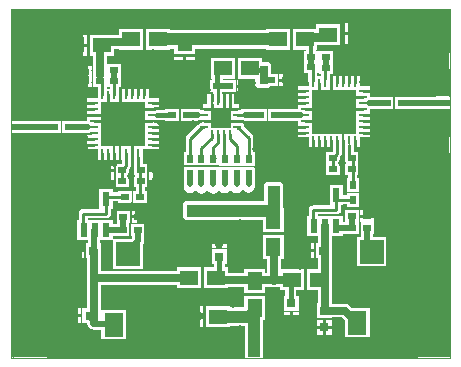
<source format=gtl>
%FSLAX23Y23*%
%MOIN*%
G70*
G01*
G75*
G04 Layer_Physical_Order=1*
G04 Layer_Color=255*
%ADD10R,0.020X0.025*%
%ADD11R,0.025X0.020*%
%ADD12R,0.060X0.050*%
%ADD13R,0.010X0.026*%
%ADD14R,0.026X0.010*%
%ADD15R,0.063X0.079*%
%ADD16R,0.079X0.079*%
%ADD17R,0.024X0.048*%
%ADD18R,0.030X0.030*%
%ADD19R,0.050X0.060*%
%ADD20R,0.030X0.030*%
%ADD21C,0.010*%
%ADD22C,0.008*%
%ADD23C,0.020*%
%ADD24C,0.015*%
%ADD25C,0.025*%
%ADD26C,0.040*%
%ADD27C,0.030*%
%ADD28C,0.012*%
%ADD29R,0.040X0.038*%
%ADD30R,0.036X0.084*%
%ADD31R,0.045X0.086*%
%ADD32R,0.038X0.035*%
%ADD33R,0.050X0.073*%
%ADD34R,0.046X0.056*%
%ADD35R,0.047X0.058*%
%ADD36R,0.059X0.041*%
%ADD37R,0.050X0.064*%
%ADD38R,0.058X0.074*%
%ADD39R,0.050X0.081*%
%ADD40R,0.048X0.083*%
%ADD41R,0.050X0.082*%
%ADD42R,0.050X0.078*%
%ADD43R,0.076X0.079*%
%ADD44R,0.042X0.082*%
%ADD45R,0.048X0.081*%
%ADD46R,0.080X0.079*%
%ADD47R,0.050X0.047*%
%ADD48R,0.049X0.053*%
%ADD49R,0.062X0.048*%
%ADD50R,0.080X0.082*%
%ADD51R,0.092X0.119*%
%ADD52R,0.097X0.115*%
%ADD53R,0.165X0.164*%
%ADD54R,0.165X0.179*%
%ADD55R,0.164X0.172*%
%ADD56R,0.168X0.178*%
%ADD57R,0.163X0.174*%
%ADD58R,0.167X0.180*%
%ADD59R,0.164X0.175*%
%ADD60R,0.165X0.162*%
%ADD61R,0.042X0.094*%
%ADD62R,0.020X0.020*%
%ADD63R,0.046X0.020*%
%ADD64R,0.024X0.025*%
%ADD65R,0.024X0.022*%
%ADD66R,0.024X0.029*%
%ADD67R,0.024X0.027*%
%ADD68R,0.024X0.023*%
%ADD69R,0.024X0.017*%
%ADD70R,0.146X0.145*%
%ADD71R,0.070X0.070*%
%ADD72R,0.298X0.039*%
%ADD73R,0.031X0.064*%
%ADD74R,0.038X0.045*%
%ADD75R,0.074X0.095*%
%ADD76R,0.027X0.019*%
%ADD77C,0.002*%
%ADD78C,0.142*%
%ADD79C,0.010*%
%ADD80C,0.025*%
G36*
X1648Y-223D02*
X1641Y-205D01*
X1628Y-188D01*
X1611Y-175D01*
X1591Y-167D01*
X1575Y-165D01*
Y-246D01*
Y-327D01*
X1591Y-325D01*
X1611Y-317D01*
X1628Y-304D01*
X1641Y-287D01*
X1648Y-269D01*
Y-366D01*
X1646Y-365D01*
X1602D01*
X1601Y-366D01*
X1502D01*
X1500Y-366D01*
X1465D01*
Y-406D01*
X1500D01*
X1502Y-406D01*
X1601D01*
X1602Y-407D01*
X1646D01*
X1648Y-406D01*
Y-503D01*
X1641Y-485D01*
X1628Y-468D01*
X1611Y-455D01*
X1591Y-447D01*
X1575Y-445D01*
Y-526D01*
Y-607D01*
X1591Y-605D01*
X1611Y-597D01*
X1628Y-584D01*
X1641Y-567D01*
X1648Y-549D01*
Y-866D01*
X1641Y-848D01*
X1628Y-831D01*
X1611Y-818D01*
X1591Y-810D01*
X1575Y-808D01*
Y-889D01*
Y-970D01*
X1591Y-968D01*
X1611Y-960D01*
X1628Y-947D01*
X1641Y-930D01*
X1648Y-912D01*
Y-1136D01*
X1641Y-1118D01*
X1628Y-1101D01*
X1611Y-1088D01*
X1591Y-1080D01*
X1575Y-1078D01*
Y-1159D01*
X1570D01*
Y-1164D01*
X1489D01*
X1491Y-1180D01*
X1499Y-1200D01*
X1512Y-1217D01*
X1529Y-1230D01*
X1547Y-1237D01*
X1026D01*
X1027Y-1235D01*
Y-1197D01*
X1027Y-1196D01*
Y-1109D01*
X1033D01*
Y-1029D01*
X963D01*
Y-1068D01*
X916D01*
Y-1064D01*
X836D01*
Y-1134D01*
X916D01*
Y-1130D01*
X965D01*
Y-1196D01*
X965Y-1197D01*
Y-1235D01*
X966Y-1237D01*
X300D01*
X308Y-1234D01*
X325Y-1221D01*
X338Y-1204D01*
X346Y-1184D01*
X348Y-1168D01*
X267D01*
Y-1163D01*
X262D01*
Y-1082D01*
X246Y-1084D01*
X226Y-1092D01*
X209Y-1105D01*
X196Y-1122D01*
X190Y-1137D01*
Y-911D01*
X196Y-926D01*
X209Y-943D01*
X226Y-956D01*
X246Y-964D01*
X262Y-966D01*
Y-885D01*
Y-804D01*
X246Y-806D01*
X226Y-814D01*
X209Y-827D01*
X196Y-844D01*
X190Y-859D01*
Y-633D01*
X196Y-648D01*
X209Y-665D01*
X226Y-678D01*
X246Y-686D01*
X262Y-688D01*
Y-607D01*
Y-526D01*
X246Y-528D01*
X226Y-536D01*
X209Y-549D01*
X196Y-566D01*
X190Y-581D01*
Y-487D01*
X191Y-488D01*
X208D01*
X209Y-487D01*
X320D01*
X322Y-487D01*
X352D01*
Y-447D01*
X322D01*
X320Y-447D01*
X209D01*
X208Y-446D01*
X191D01*
X190Y-447D01*
Y-353D01*
X196Y-368D01*
X209Y-385D01*
X226Y-398D01*
X246Y-406D01*
X262Y-408D01*
Y-327D01*
Y-246D01*
X246Y-248D01*
X226Y-256D01*
X209Y-269D01*
X196Y-286D01*
X190Y-301D01*
Y-73D01*
X1648D01*
Y-223D01*
D02*
G37*
%LPC*%
G36*
X875Y-819D02*
X855D01*
Y-839D01*
X875D01*
Y-819D01*
D02*
G37*
G36*
X905Y-849D02*
X885D01*
Y-869D01*
X905D01*
Y-849D01*
D02*
G37*
G36*
X1083Y-651D02*
X1041D01*
X1033Y-654D01*
X1030Y-662D01*
Y-715D01*
X770D01*
X762Y-718D01*
X759Y-726D01*
Y-765D01*
X762Y-773D01*
X770Y-776D01*
X1025D01*
Y-816D01*
X1095D01*
Y-736D01*
X1094D01*
Y-662D01*
X1091Y-654D01*
X1083Y-651D01*
D02*
G37*
G36*
X905Y-819D02*
X885D01*
Y-839D01*
X905D01*
Y-819D01*
D02*
G37*
G36*
X401Y-854D02*
X381D01*
Y-874D01*
X401D01*
Y-854D01*
D02*
G37*
G36*
X1197Y-855D02*
X1177D01*
Y-875D01*
X1197D01*
Y-855D01*
D02*
G37*
G36*
X875Y-849D02*
X855D01*
Y-869D01*
X875D01*
Y-849D01*
D02*
G37*
G36*
X431Y-854D02*
X411D01*
Y-874D01*
X431D01*
Y-854D01*
D02*
G37*
G36*
X1368Y-744D02*
X1350D01*
Y-759D01*
X1368D01*
Y-744D01*
D02*
G37*
G36*
X633Y-746D02*
X616D01*
Y-761D01*
X633D01*
Y-746D01*
D02*
G37*
G36*
X423Y-712D02*
X406D01*
Y-741D01*
X423D01*
Y-712D01*
D02*
G37*
G36*
X1395Y-744D02*
X1378D01*
Y-759D01*
X1395D01*
Y-744D01*
D02*
G37*
G36*
X606Y-771D02*
X589D01*
Y-786D01*
X606D01*
Y-771D01*
D02*
G37*
G36*
X1565Y-445D02*
X1549Y-447D01*
X1529Y-455D01*
X1512Y-468D01*
X1499Y-485D01*
X1491Y-505D01*
X1489Y-521D01*
X1565D01*
Y-445D01*
D02*
G37*
G36*
X606Y-746D02*
X589D01*
Y-761D01*
X606D01*
Y-746D01*
D02*
G37*
G36*
X633Y-771D02*
X616D01*
Y-786D01*
X633D01*
Y-771D01*
D02*
G37*
G36*
X1167Y-855D02*
X1147D01*
Y-875D01*
X1167D01*
Y-855D01*
D02*
G37*
G36*
X1565Y-894D02*
X1489D01*
X1491Y-910D01*
X1499Y-930D01*
X1512Y-947D01*
X1529Y-960D01*
X1549Y-968D01*
X1565Y-970D01*
Y-894D01*
D02*
G37*
G36*
X419Y-1072D02*
X399D01*
Y-1092D01*
X419D01*
Y-1072D01*
D02*
G37*
G36*
X1095Y-826D02*
X1025D01*
Y-906D01*
X1039D01*
Y-954D01*
X1033D01*
Y-939D01*
X963D01*
Y-954D01*
X911D01*
Y-935D01*
X898D01*
Y-924D01*
X905D01*
Y-874D01*
X855D01*
Y-924D01*
X862D01*
Y-935D01*
X831D01*
Y-1005D01*
X911D01*
Y-1000D01*
X963D01*
Y-1019D01*
X1033D01*
Y-1000D01*
X1053D01*
X1053Y-1000D01*
X1062Y-1002D01*
X1071Y-1000D01*
X1071Y-1000D01*
X1084D01*
Y-1012D01*
X1101D01*
Y-1030D01*
X1095D01*
Y-1080D01*
X1145D01*
Y-1030D01*
X1137D01*
Y-1012D01*
X1164D01*
Y-942D01*
X1085D01*
Y-906D01*
X1095D01*
Y-826D01*
D02*
G37*
G36*
X348Y-890D02*
X272D01*
Y-966D01*
X288Y-964D01*
X308Y-956D01*
X325Y-943D01*
X338Y-926D01*
X346Y-906D01*
X348Y-890D01*
D02*
G37*
G36*
X781Y-1064D02*
X746D01*
Y-1094D01*
X781D01*
Y-1064D01*
D02*
G37*
G36*
X1145Y-1085D02*
X1125D01*
Y-1105D01*
X1145D01*
Y-1085D01*
D02*
G37*
G36*
X389Y-1072D02*
X369D01*
Y-1092D01*
X389D01*
Y-1072D01*
D02*
G37*
G36*
X826Y-1064D02*
X791D01*
Y-1094D01*
X826D01*
Y-1064D01*
D02*
G37*
G36*
X431Y-884D02*
X411D01*
Y-904D01*
X431D01*
Y-884D01*
D02*
G37*
G36*
X401D02*
X381D01*
Y-904D01*
X401D01*
Y-884D01*
D02*
G37*
G36*
X272Y-804D02*
Y-880D01*
X348D01*
X346Y-864D01*
X338Y-844D01*
X325Y-827D01*
X308Y-814D01*
X288Y-806D01*
X272Y-804D01*
D02*
G37*
G36*
X1565Y-808D02*
X1549Y-810D01*
X1529Y-818D01*
X1512Y-831D01*
X1499Y-848D01*
X1491Y-868D01*
X1489Y-884D01*
X1565D01*
Y-808D01*
D02*
G37*
G36*
X1395Y-769D02*
X1350D01*
Y-784D01*
X1352D01*
Y-824D01*
X1354D01*
Y-833D01*
X1338D01*
Y-932D01*
X1437D01*
Y-833D01*
X1394D01*
Y-824D01*
X1396D01*
Y-784D01*
X1395D01*
Y-769D01*
D02*
G37*
G36*
X609Y-791D02*
X607Y-791D01*
X586D01*
Y-831D01*
X589D01*
Y-838D01*
X586Y-840D01*
X526D01*
Y-939D01*
X625D01*
Y-858D01*
X628Y-854D01*
X629Y-846D01*
Y-831D01*
X631D01*
Y-791D01*
X611D01*
X609Y-791D01*
D02*
G37*
G36*
X1197Y-885D02*
X1177D01*
Y-905D01*
X1197D01*
Y-885D01*
D02*
G37*
G36*
X1167D02*
X1147D01*
Y-905D01*
X1167D01*
Y-885D01*
D02*
G37*
G36*
X502Y-653D02*
X484D01*
Y-668D01*
X502D01*
Y-653D01*
D02*
G37*
G36*
X530D02*
X512D01*
Y-668D01*
X530D01*
Y-653D01*
D02*
G37*
G36*
X880Y-600D02*
X763D01*
Y-621D01*
X763Y-623D01*
Y-668D01*
X764Y-676D01*
X769Y-682D01*
X775Y-687D01*
X783Y-688D01*
X791Y-687D01*
X797Y-682D01*
X802Y-676D01*
X802Y-675D01*
X802Y-677D01*
X807Y-683D01*
X813Y-688D01*
X821Y-689D01*
X829Y-688D01*
X835Y-683D01*
X840Y-677D01*
X840Y-673D01*
X841Y-677D01*
X846Y-683D01*
X852Y-688D01*
X860Y-689D01*
X868Y-688D01*
X874Y-683D01*
X879Y-677D01*
X879Y-675D01*
X879Y-676D01*
X884Y-682D01*
X890Y-687D01*
X898Y-688D01*
X906Y-687D01*
X912Y-682D01*
X917Y-676D01*
X918Y-670D01*
X919Y-676D01*
X924Y-682D01*
X930Y-687D01*
X938Y-688D01*
X946Y-687D01*
X952Y-682D01*
X957Y-676D01*
X958Y-669D01*
X959Y-674D01*
X964Y-680D01*
X970Y-685D01*
X978Y-686D01*
X986Y-685D01*
X992Y-680D01*
X997Y-674D01*
X998Y-666D01*
Y-624D01*
X998Y-622D01*
Y-601D01*
X880D01*
Y-600D01*
D02*
G37*
G36*
X1284Y-124D02*
X1204D01*
Y-140D01*
X1125D01*
Y-210D01*
X1170D01*
Y-214D01*
X1163D01*
Y-231D01*
X1163Y-232D01*
Y-261D01*
X1163Y-262D01*
Y-288D01*
X1177D01*
Y-315D01*
X1178Y-321D01*
X1178Y-321D01*
Y-331D01*
X1144D01*
Y-361D01*
Y-381D01*
Y-401D01*
Y-406D01*
X1069D01*
X1067Y-406D01*
X1044D01*
Y-446D01*
X1062D01*
X1066Y-447D01*
X1069Y-446D01*
X1069Y-446D01*
X1144D01*
Y-461D01*
Y-481D01*
Y-501D01*
X1178D01*
Y-535D01*
X1258D01*
Y-550D01*
X1256Y-551D01*
X1237D01*
Y-591D01*
Y-627D01*
X1283D01*
Y-591D01*
Y-568D01*
X1284Y-567D01*
X1287Y-562D01*
X1288Y-556D01*
Y-535D01*
X1298D01*
Y-563D01*
X1299Y-569D01*
X1299Y-570D01*
Y-590D01*
Y-627D01*
X1311D01*
Y-637D01*
X1306D01*
Y-683D01*
X1346D01*
Y-637D01*
X1341D01*
Y-627D01*
X1344D01*
Y-590D01*
Y-550D01*
X1328D01*
Y-535D01*
X1348D01*
Y-515D01*
X1348Y-514D01*
Y-501D01*
X1359D01*
X1360Y-501D01*
X1382D01*
Y-481D01*
Y-461D01*
Y-441D01*
Y-421D01*
Y-406D01*
X1427D01*
X1429Y-406D01*
X1461D01*
Y-366D01*
X1429D01*
X1427Y-366D01*
X1382D01*
Y-361D01*
Y-331D01*
X1348D01*
Y-298D01*
X1248D01*
Y-290D01*
X1258D01*
Y-262D01*
X1259Y-261D01*
Y-238D01*
X1258Y-237D01*
Y-213D01*
X1214D01*
Y-237D01*
X1213Y-238D01*
Y-261D01*
X1214Y-262D01*
Y-290D01*
X1218D01*
Y-298D01*
X1207D01*
Y-288D01*
X1209D01*
Y-262D01*
X1209Y-261D01*
Y-232D01*
X1209Y-231D01*
Y-214D01*
X1202D01*
Y-210D01*
X1205D01*
Y-194D01*
X1284D01*
Y-124D01*
D02*
G37*
G36*
X530Y-617D02*
X484D01*
Y-632D01*
Y-643D01*
X530D01*
Y-632D01*
Y-617D01*
D02*
G37*
G36*
X692Y-616D02*
X646D01*
Y-631D01*
Y-643D01*
X692D01*
Y-631D01*
Y-616D01*
D02*
G37*
G36*
X664Y-653D02*
X646D01*
Y-668D01*
X664D01*
Y-653D01*
D02*
G37*
G36*
X692D02*
X674D01*
Y-668D01*
X692D01*
Y-653D01*
D02*
G37*
G36*
X1292Y-660D02*
X1248D01*
Y-728D01*
X1217D01*
Y-699D01*
X1200D01*
Y-728D01*
X1194D01*
X1192Y-728D01*
X1192D01*
X1188Y-729D01*
X1183Y-732D01*
X1180Y-737D01*
X1179Y-743D01*
Y-763D01*
X1172D01*
Y-831D01*
X1209D01*
Y-855D01*
X1202D01*
Y-905D01*
X1209D01*
Y-911D01*
Y-923D01*
Y-942D01*
X1174D01*
Y-1012D01*
X1209D01*
Y-1055D01*
X1206D01*
Y-1105D01*
X1256D01*
Y-1102D01*
X1291D01*
X1299Y-1110D01*
Y-1168D01*
X1382D01*
Y-1070D01*
X1324D01*
X1317Y-1063D01*
X1309Y-1058D01*
X1301Y-1056D01*
X1256D01*
Y-1055D01*
X1255D01*
Y-911D01*
Y-831D01*
X1292D01*
Y-824D01*
X1324D01*
X1326Y-824D01*
X1347D01*
Y-784D01*
X1345D01*
Y-744D01*
X1325D01*
X1323Y-744D01*
X1321Y-744D01*
X1301D01*
Y-784D01*
X1292D01*
Y-763D01*
X1210D01*
Y-763D01*
X1209D01*
Y-758D01*
X1271D01*
X1277Y-757D01*
X1282Y-754D01*
X1285Y-749D01*
X1286Y-743D01*
Y-728D01*
X1292D01*
Y-725D01*
X1306D01*
Y-733D01*
X1346D01*
Y-688D01*
X1306D01*
Y-695D01*
X1292D01*
Y-660D01*
D02*
G37*
G36*
X423Y-673D02*
X406D01*
Y-702D01*
X423D01*
Y-673D01*
D02*
G37*
G36*
X525D02*
X481D01*
Y-741D01*
X450D01*
Y-712D01*
X433D01*
Y-741D01*
X427D01*
X425Y-741D01*
X425D01*
X421Y-742D01*
X416Y-745D01*
X413Y-750D01*
X412Y-756D01*
Y-776D01*
X405D01*
Y-844D01*
X444D01*
Y-854D01*
X436D01*
Y-904D01*
X440D01*
Y-970D01*
Y-977D01*
Y-1072D01*
X424D01*
Y-1122D01*
X440D01*
X442Y-1129D01*
X447Y-1136D01*
X454Y-1141D01*
X461Y-1142D01*
X461Y-1143D01*
X469Y-1144D01*
X487D01*
Y-1175D01*
X570D01*
Y-1077D01*
X487D01*
Y-1104D01*
X486D01*
Y-993D01*
X741D01*
Y-1005D01*
X821D01*
Y-935D01*
X741D01*
Y-947D01*
X486D01*
Y-904D01*
X486D01*
Y-854D01*
X484D01*
Y-844D01*
X525D01*
Y-831D01*
X535D01*
Y-831D01*
X581D01*
Y-791D01*
X579D01*
Y-786D01*
X584D01*
Y-746D01*
X539D01*
Y-771D01*
X538Y-772D01*
Y-790D01*
X525D01*
Y-776D01*
X487D01*
Y-776D01*
X443D01*
Y-776D01*
X442D01*
Y-771D01*
X504D01*
X510Y-770D01*
X515Y-767D01*
X518Y-762D01*
X519Y-756D01*
Y-741D01*
X525D01*
Y-714D01*
X544D01*
Y-719D01*
X589D01*
Y-679D01*
X544D01*
Y-684D01*
X525D01*
Y-673D01*
D02*
G37*
G36*
X1190Y-699D02*
X1173D01*
Y-728D01*
X1190D01*
Y-699D01*
D02*
G37*
G36*
X1217Y-660D02*
X1200D01*
Y-689D01*
X1217D01*
Y-660D01*
D02*
G37*
G36*
X348Y-612D02*
X272D01*
Y-688D01*
X288Y-686D01*
X308Y-678D01*
X325Y-665D01*
X338Y-648D01*
X346Y-628D01*
X348Y-612D01*
D02*
G37*
G36*
X450Y-673D02*
X433D01*
Y-702D01*
X450D01*
Y-673D01*
D02*
G37*
G36*
X1190Y-660D02*
X1173D01*
Y-689D01*
X1190D01*
Y-660D01*
D02*
G37*
G36*
X1205Y-612D02*
X1188D01*
Y-627D01*
X1205D01*
Y-612D01*
D02*
G37*
G36*
X1395Y-575D02*
X1349D01*
Y-590D01*
Y-602D01*
X1395D01*
Y-590D01*
Y-575D01*
D02*
G37*
G36*
X933Y-237D02*
X853D01*
Y-307D01*
X856D01*
Y-311D01*
X851D01*
Y-351D01*
X860D01*
Y-357D01*
X840D01*
Y-391D01*
X829D01*
X828Y-391D01*
X806D01*
Y-407D01*
X774D01*
X772Y-407D01*
X752D01*
Y-447D01*
X772D01*
X774Y-447D01*
X806D01*
Y-461D01*
Y-461D01*
X772Y-495D01*
X769Y-500D01*
X768Y-506D01*
Y-550D01*
X763D01*
Y-595D01*
X878D01*
Y-596D01*
X998D01*
Y-552D01*
X993D01*
Y-503D01*
X992Y-497D01*
X989Y-492D01*
X964Y-467D01*
Y-461D01*
Y-446D01*
X1016D01*
X1018Y-446D01*
X1039D01*
Y-406D01*
X1018D01*
X1016Y-406D01*
X964D01*
Y-391D01*
X930D01*
Y-357D01*
X890D01*
Y-352D01*
X904D01*
X906Y-351D01*
X936D01*
Y-311D01*
X906D01*
X904Y-310D01*
X892D01*
Y-307D01*
X933D01*
Y-237D01*
D02*
G37*
G36*
X272Y-526D02*
Y-602D01*
X348D01*
X346Y-586D01*
X338Y-566D01*
X325Y-549D01*
X308Y-536D01*
X288Y-528D01*
X272Y-526D01*
D02*
G37*
G36*
X1232Y-576D02*
X1188D01*
Y-591D01*
Y-602D01*
X1232D01*
Y-591D01*
Y-576D01*
D02*
G37*
G36*
X1367Y-550D02*
X1349D01*
Y-565D01*
X1367D01*
Y-550D01*
D02*
G37*
G36*
X1395D02*
X1377D01*
Y-565D01*
X1395D01*
Y-550D01*
D02*
G37*
G36*
X1205Y-551D02*
X1188D01*
Y-566D01*
X1205D01*
Y-551D01*
D02*
G37*
G36*
X1232D02*
X1215D01*
Y-566D01*
X1232D01*
Y-551D01*
D02*
G37*
G36*
X1395Y-612D02*
X1377D01*
Y-627D01*
X1395D01*
Y-612D01*
D02*
G37*
G36*
X1565Y-531D02*
X1489D01*
X1491Y-547D01*
X1499Y-567D01*
X1512Y-584D01*
X1529Y-597D01*
X1549Y-605D01*
X1565Y-607D01*
Y-531D01*
D02*
G37*
G36*
X1232Y-612D02*
X1215D01*
Y-627D01*
X1232D01*
Y-612D01*
D02*
G37*
G36*
X1367D02*
X1349D01*
Y-627D01*
X1367D01*
Y-612D01*
D02*
G37*
G36*
X664Y-591D02*
X646D01*
Y-606D01*
X664D01*
Y-591D01*
D02*
G37*
G36*
X692D02*
X674D01*
Y-606D01*
X692D01*
Y-591D01*
D02*
G37*
G36*
X502Y-592D02*
X484D01*
Y-607D01*
X502D01*
Y-592D01*
D02*
G37*
G36*
X530D02*
X512D01*
Y-607D01*
X530D01*
Y-592D01*
D02*
G37*
G36*
X1309Y-275D02*
X1291D01*
Y-290D01*
X1309D01*
Y-275D01*
D02*
G37*
G36*
X1131Y-273D02*
X1113D01*
Y-288D01*
X1131D01*
Y-273D01*
D02*
G37*
G36*
X1125Y-291D02*
X1108D01*
Y-306D01*
X1125D01*
Y-291D01*
D02*
G37*
G36*
X1281Y-275D02*
X1263D01*
Y-290D01*
X1281D01*
Y-275D01*
D02*
G37*
G36*
X576Y-257D02*
X558D01*
Y-272D01*
X576D01*
Y-257D01*
D02*
G37*
G36*
X604D02*
X586D01*
Y-272D01*
X604D01*
Y-257D01*
D02*
G37*
G36*
X1158Y-273D02*
X1141D01*
Y-288D01*
X1158D01*
Y-273D01*
D02*
G37*
G36*
X456Y-263D02*
X438D01*
Y-275D01*
X428D01*
Y-263D01*
X410D01*
Y-278D01*
X414D01*
X413Y-278D01*
X410Y-285D01*
Y-285D01*
X410Y-286D01*
Y-313D01*
X410Y-314D01*
Y-314D01*
X413Y-319D01*
X410D01*
Y-334D01*
X428D01*
Y-324D01*
X438D01*
Y-334D01*
X456D01*
Y-319D01*
X453D01*
X456Y-314D01*
Y-314D01*
X456Y-313D01*
Y-286D01*
X456Y-285D01*
Y-285D01*
X453Y-278D01*
X452Y-278D01*
X456D01*
Y-263D01*
D02*
G37*
G36*
X958Y-311D02*
X941D01*
Y-326D01*
X958D01*
Y-311D01*
D02*
G37*
G36*
X985D02*
X968D01*
Y-326D01*
X985D01*
Y-311D01*
D02*
G37*
G36*
X819D02*
X802D01*
Y-326D01*
X819D01*
Y-311D01*
D02*
G37*
G36*
X846D02*
X829D01*
Y-326D01*
X846D01*
Y-311D01*
D02*
G37*
G36*
X801Y-279D02*
X771D01*
Y-314D01*
X801D01*
Y-279D01*
D02*
G37*
G36*
X1098Y-291D02*
X1081D01*
Y-306D01*
X1098D01*
Y-291D01*
D02*
G37*
G36*
X272Y-246D02*
Y-322D01*
X348D01*
X346Y-306D01*
X338Y-286D01*
X325Y-269D01*
X308Y-256D01*
X288Y-248D01*
X272Y-246D01*
D02*
G37*
G36*
X761Y-279D02*
X731D01*
Y-314D01*
X761D01*
Y-279D01*
D02*
G37*
G36*
Y-234D02*
X731D01*
Y-269D01*
X761D01*
Y-234D01*
D02*
G37*
G36*
X439Y-160D02*
X404D01*
Y-190D01*
X439D01*
Y-160D01*
D02*
G37*
G36*
X1333D02*
X1298D01*
Y-190D01*
X1333D01*
Y-160D01*
D02*
G37*
G36*
X716Y-139D02*
X636D01*
Y-209D01*
X716D01*
Y-206D01*
X731D01*
Y-224D01*
X801D01*
Y-206D01*
X1035D01*
Y-210D01*
X1115D01*
Y-140D01*
X1035D01*
Y-144D01*
X801D01*
Y-144D01*
X731D01*
Y-144D01*
X716D01*
Y-139D01*
D02*
G37*
G36*
X394Y-160D02*
X359D01*
Y-190D01*
X394D01*
Y-160D01*
D02*
G37*
G36*
X1333Y-120D02*
X1298D01*
Y-150D01*
X1333D01*
Y-120D01*
D02*
G37*
G36*
X1378D02*
X1343D01*
Y-150D01*
X1378D01*
Y-120D01*
D02*
G37*
G36*
Y-160D02*
X1343D01*
Y-190D01*
X1378D01*
Y-160D01*
D02*
G37*
G36*
X626Y-139D02*
X546D01*
Y-161D01*
X529D01*
Y-160D01*
X449D01*
Y-230D01*
X461D01*
Y-263D01*
X461D01*
Y-282D01*
X460Y-283D01*
Y-285D01*
X459Y-291D01*
X460Y-297D01*
Y-312D01*
X461Y-313D01*
Y-334D01*
X475D01*
Y-362D01*
X475Y-363D01*
Y-372D01*
X441D01*
Y-402D01*
Y-422D01*
Y-442D01*
Y-447D01*
X395D01*
X393Y-447D01*
X357D01*
Y-487D01*
X393D01*
X395Y-487D01*
X441D01*
Y-502D01*
Y-522D01*
Y-542D01*
X475D01*
Y-576D01*
X555D01*
Y-591D01*
X553Y-592D01*
X535D01*
Y-632D01*
Y-668D01*
X580D01*
Y-632D01*
Y-609D01*
X581Y-608D01*
X584Y-603D01*
X585Y-597D01*
Y-576D01*
X595D01*
Y-604D01*
X596Y-610D01*
X596Y-611D01*
Y-631D01*
Y-668D01*
X602D01*
Y-679D01*
X594D01*
Y-719D01*
X638D01*
Y-679D01*
X632D01*
Y-668D01*
X641D01*
Y-631D01*
Y-591D01*
X625D01*
Y-567D01*
X625Y-566D01*
Y-541D01*
X633D01*
Y-542D01*
X679D01*
Y-522D01*
Y-502D01*
Y-482D01*
Y-462D01*
Y-445D01*
X701D01*
Y-447D01*
X747D01*
Y-407D01*
X701D01*
Y-409D01*
X679D01*
Y-402D01*
Y-372D01*
X645D01*
Y-339D01*
X545D01*
Y-334D01*
X553D01*
Y-312D01*
X554Y-311D01*
Y-287D01*
X553Y-286D01*
Y-257D01*
X508D01*
Y-269D01*
X508Y-273D01*
X508Y-277D01*
Y-286D01*
X508Y-287D01*
Y-311D01*
X508Y-312D01*
Y-334D01*
X515D01*
Y-339D01*
X505D01*
Y-334D01*
X506D01*
Y-313D01*
X506Y-312D01*
Y-300D01*
X507Y-294D01*
Y-230D01*
X529D01*
Y-207D01*
X546D01*
Y-209D01*
X626D01*
Y-139D01*
D02*
G37*
G36*
X1565Y-165D02*
X1549Y-167D01*
X1529Y-175D01*
X1512Y-188D01*
X1499Y-205D01*
X1491Y-225D01*
X1489Y-241D01*
X1565D01*
Y-165D01*
D02*
G37*
G36*
X394Y-200D02*
X359D01*
Y-230D01*
X394D01*
Y-200D01*
D02*
G37*
G36*
X801Y-234D02*
X771D01*
Y-269D01*
X801D01*
Y-234D01*
D02*
G37*
G36*
X1148Y-229D02*
X1124D01*
X1116Y-232D01*
X1114Y-239D01*
X1113D01*
Y-239D01*
X1113Y-240D01*
Y-257D01*
X1113Y-258D01*
Y-263D01*
X1116D01*
X1116Y-265D01*
X1124Y-268D01*
X1148D01*
X1156Y-265D01*
X1156Y-263D01*
X1158D01*
Y-258D01*
X1159Y-257D01*
Y-240D01*
X1158Y-239D01*
Y-239D01*
X1158D01*
X1156Y-232D01*
X1148Y-229D01*
D02*
G37*
G36*
X1158Y-214D02*
X1141D01*
Y-229D01*
X1158D01*
Y-214D01*
D02*
G37*
G36*
X1309Y-213D02*
X1291D01*
Y-226D01*
X1281D01*
Y-213D01*
X1263D01*
Y-228D01*
X1270D01*
X1266Y-229D01*
X1263Y-236D01*
Y-236D01*
X1263Y-237D01*
Y-259D01*
X1263Y-260D01*
Y-265D01*
X1266D01*
X1266Y-267D01*
X1274Y-270D01*
X1298D01*
X1306Y-267D01*
X1306Y-265D01*
X1309D01*
Y-260D01*
X1309Y-259D01*
Y-237D01*
X1309Y-236D01*
Y-236D01*
X1306Y-229D01*
X1302Y-228D01*
X1309D01*
Y-213D01*
D02*
G37*
G36*
X439Y-200D02*
X404D01*
Y-230D01*
X439D01*
Y-200D01*
D02*
G37*
G36*
X1131Y-214D02*
X1113D01*
Y-229D01*
X1131D01*
Y-214D01*
D02*
G37*
G36*
X1565Y-251D02*
X1489D01*
X1491Y-267D01*
X1499Y-287D01*
X1512Y-304D01*
X1529Y-317D01*
X1549Y-325D01*
X1565Y-327D01*
Y-251D01*
D02*
G37*
G36*
X348Y-332D02*
X272D01*
Y-408D01*
X288Y-406D01*
X308Y-398D01*
X325Y-385D01*
X338Y-368D01*
X346Y-348D01*
X348Y-332D01*
D02*
G37*
G36*
X826Y-1104D02*
X791D01*
Y-1134D01*
X826D01*
Y-1104D01*
D02*
G37*
G36*
X1226Y-1110D02*
X1206D01*
Y-1130D01*
X1226D01*
Y-1110D01*
D02*
G37*
G36*
X781Y-1104D02*
X746D01*
Y-1134D01*
X781D01*
Y-1104D01*
D02*
G37*
G36*
X1565Y-1078D02*
X1549Y-1080D01*
X1529Y-1088D01*
X1512Y-1101D01*
X1499Y-1118D01*
X1491Y-1138D01*
X1489Y-1154D01*
X1565D01*
Y-1078D01*
D02*
G37*
G36*
X1115Y-1115D02*
X1095D01*
Y-1135D01*
X1115D01*
Y-1115D01*
D02*
G37*
G36*
X1145D02*
X1125D01*
Y-1135D01*
X1145D01*
Y-1115D01*
D02*
G37*
G36*
X1256Y-1110D02*
X1236D01*
Y-1130D01*
X1256D01*
Y-1110D01*
D02*
G37*
G36*
X1430Y-1070D02*
X1394D01*
Y-1114D01*
X1430D01*
Y-1070D01*
D02*
G37*
G36*
X1476D02*
X1440D01*
Y-1114D01*
X1476D01*
Y-1070D01*
D02*
G37*
G36*
X1115Y-1085D02*
X1095D01*
Y-1105D01*
X1115D01*
Y-1085D01*
D02*
G37*
G36*
X664Y-1077D02*
X628D01*
Y-1121D01*
X664D01*
Y-1077D01*
D02*
G37*
G36*
X389Y-1102D02*
X369D01*
Y-1122D01*
X389D01*
Y-1102D01*
D02*
G37*
G36*
X419D02*
X399D01*
Y-1122D01*
X419D01*
Y-1102D01*
D02*
G37*
G36*
X618Y-1077D02*
X582D01*
Y-1121D01*
X618D01*
Y-1077D01*
D02*
G37*
G36*
X272Y-1082D02*
Y-1158D01*
X348D01*
X346Y-1142D01*
X338Y-1122D01*
X325Y-1105D01*
X308Y-1092D01*
X288Y-1084D01*
X272Y-1082D01*
D02*
G37*
G36*
X958Y-336D02*
X941D01*
Y-351D01*
X958D01*
Y-336D01*
D02*
G37*
G36*
X985D02*
X968D01*
Y-351D01*
X985D01*
Y-336D01*
D02*
G37*
G36*
X819D02*
X802D01*
Y-351D01*
X819D01*
Y-336D01*
D02*
G37*
G36*
X846D02*
X829D01*
Y-351D01*
X846D01*
Y-336D01*
D02*
G37*
G36*
X1098Y-316D02*
X1081D01*
Y-331D01*
X1098D01*
Y-316D01*
D02*
G37*
G36*
X1125D02*
X1108D01*
Y-331D01*
X1125D01*
Y-316D01*
D02*
G37*
G36*
X1023Y-237D02*
X943D01*
Y-307D01*
X1001D01*
Y-325D01*
X1004Y-333D01*
X1012Y-336D01*
X1043D01*
X1051Y-333D01*
X1051Y-331D01*
X1076D01*
Y-291D01*
X1054D01*
Y-261D01*
X1051Y-253D01*
X1043Y-250D01*
X1023D01*
Y-237D01*
D02*
G37*
G36*
X593Y-276D02*
X569D01*
X561Y-279D01*
X560Y-282D01*
X558D01*
Y-286D01*
X558Y-287D01*
Y-312D01*
X558Y-313D01*
Y-313D01*
X561Y-319D01*
X558D01*
Y-334D01*
X576D01*
Y-323D01*
X586D01*
Y-334D01*
X604D01*
Y-319D01*
X601D01*
X604Y-313D01*
Y-313D01*
X604Y-312D01*
Y-287D01*
X604Y-286D01*
Y-282D01*
X602D01*
X601Y-279D01*
X593Y-276D01*
D02*
G37*
G36*
X1226Y-1140D02*
X1206D01*
Y-1160D01*
X1226D01*
Y-1140D01*
D02*
G37*
G36*
X1476Y-1124D02*
X1440D01*
Y-1168D01*
X1476D01*
Y-1124D01*
D02*
G37*
G36*
X1430D02*
X1394D01*
Y-1168D01*
X1430D01*
Y-1124D01*
D02*
G37*
G36*
X618Y-1131D02*
X582D01*
Y-1175D01*
X618D01*
Y-1131D01*
D02*
G37*
G36*
X1256Y-1140D02*
X1236D01*
Y-1160D01*
X1256D01*
Y-1140D01*
D02*
G37*
G36*
X664Y-1131D02*
X628D01*
Y-1175D01*
X664D01*
Y-1131D01*
D02*
G37*
%LPD*%
G36*
X1336Y-351D02*
X1329D01*
X1328Y-350D01*
X1322Y-349D01*
X1316Y-350D01*
X1315Y-351D01*
X1315Y-351D01*
X1311Y-353D01*
X1309Y-356D01*
Y-352D01*
X1308Y-352D01*
X1303Y-355D01*
X1300Y-360D01*
X1300Y-361D01*
X1307D01*
X1307Y-364D01*
Y-366D01*
X1308Y-371D01*
X1300D01*
X1300Y-372D01*
X1303Y-377D01*
X1308Y-380D01*
X1309Y-380D01*
Y-374D01*
X1311Y-377D01*
X1316Y-380D01*
X1318Y-380D01*
X1318Y-380D01*
X1322Y-381D01*
X1336D01*
Y-391D01*
X1328D01*
X1325Y-390D01*
X1325Y-389D01*
X1320Y-386D01*
X1319Y-386D01*
Y-391D01*
X1317Y-391D01*
X1312Y-394D01*
X1312Y-395D01*
X1309Y-399D01*
X1308Y-405D01*
X1300D01*
X1300Y-406D01*
X1303Y-411D01*
X1308Y-414D01*
X1309Y-414D01*
Y-412D01*
X1311Y-415D01*
X1311Y-415D01*
X1312Y-417D01*
X1315Y-419D01*
X1315Y-419D01*
X1317Y-420D01*
X1317Y-420D01*
X1319Y-421D01*
Y-429D01*
X1328D01*
X1328Y-428D01*
X1325Y-423D01*
X1322Y-421D01*
X1323Y-421D01*
X1336D01*
Y-441D01*
Y-461D01*
Y-470D01*
X1333Y-470D01*
X1329Y-471D01*
X1329Y-471D01*
X1327Y-471D01*
X1324Y-473D01*
X1319D01*
Y-479D01*
X1319Y-479D01*
X1318Y-482D01*
X1318Y-482D01*
X1318Y-485D01*
Y-486D01*
Y-489D01*
X1190D01*
Y-481D01*
Y-461D01*
Y-441D01*
Y-421D01*
X1195D01*
X1201Y-420D01*
X1206Y-417D01*
X1207Y-414D01*
X1207Y-414D01*
X1209Y-412D01*
X1210Y-406D01*
X1209Y-400D01*
X1209Y-400D01*
X1207Y-397D01*
Y-386D01*
X1206Y-386D01*
X1201Y-389D01*
X1200Y-392D01*
X1195Y-391D01*
X1190D01*
Y-381D01*
Y-361D01*
Y-344D01*
X1198D01*
Y-360D01*
X1198Y-360D01*
X1198Y-361D01*
X1198D01*
X1199Y-366D01*
X1202Y-371D01*
X1202Y-371D01*
X1198D01*
X1198Y-372D01*
X1201Y-377D01*
X1206Y-380D01*
X1207Y-380D01*
Y-374D01*
X1207Y-374D01*
X1213Y-375D01*
X1217Y-375D01*
Y-380D01*
X1218Y-380D01*
X1223Y-377D01*
X1226Y-372D01*
X1226Y-371D01*
X1224D01*
X1224Y-371D01*
X1227Y-366D01*
X1227Y-366D01*
X1227Y-366D01*
X1228Y-360D01*
Y-344D01*
X1238D01*
Y-354D01*
X1235Y-355D01*
X1232Y-360D01*
X1232Y-361D01*
X1240D01*
X1242Y-365D01*
X1244Y-366D01*
X1246Y-367D01*
X1247Y-368D01*
X1253Y-369D01*
X1259Y-368D01*
X1261Y-367D01*
X1261Y-367D01*
X1264Y-365D01*
X1265Y-362D01*
X1265Y-362D01*
X1266Y-361D01*
X1275D01*
Y-352D01*
X1274Y-352D01*
X1269Y-355D01*
X1268Y-358D01*
X1268Y-354D01*
Y-344D01*
X1336D01*
Y-351D01*
D02*
G37*
G36*
X854Y-425D02*
X856Y-429D01*
X858Y-430D01*
X855Y-431D01*
X852D01*
Y-424D01*
X854Y-425D01*
D02*
G37*
G36*
X918Y-417D02*
X918Y-417D01*
Y-419D01*
X918Y-419D01*
Y-421D01*
Y-431D01*
X913D01*
X910Y-431D01*
X914Y-429D01*
X917Y-424D01*
X917Y-423D01*
X908D01*
Y-432D01*
X907Y-432D01*
X906Y-433D01*
X906Y-433D01*
X902Y-435D01*
X900Y-439D01*
X900Y-439D01*
X899Y-440D01*
X899Y-441D01*
X890D01*
Y-449D01*
X898D01*
X899Y-452D01*
X900Y-454D01*
X902Y-457D01*
X907Y-460D01*
X908Y-460D01*
Y-468D01*
X909Y-468D01*
X914Y-465D01*
X916Y-461D01*
X918D01*
Y-469D01*
X904D01*
X904Y-469D01*
X902D01*
X902Y-469D01*
X868D01*
X868Y-469D01*
X866D01*
X866Y-469D01*
X852D01*
Y-461D01*
X854D01*
X856Y-465D01*
X861Y-468D01*
X862Y-468D01*
Y-461D01*
X865Y-460D01*
X870Y-457D01*
X871Y-456D01*
X872Y-454D01*
X874Y-451D01*
X874Y-449D01*
X880D01*
Y-441D01*
X874D01*
X874Y-439D01*
X871Y-434D01*
X870Y-434D01*
X870Y-434D01*
X869Y-433D01*
X869Y-433D01*
X866Y-431D01*
X862Y-430D01*
Y-424D01*
X867Y-421D01*
X869Y-418D01*
X870Y-416D01*
X871Y-410D01*
X870Y-404D01*
X870Y-403D01*
X869Y-403D01*
X869Y-403D01*
X902D01*
X902Y-403D01*
X904D01*
X904Y-403D01*
X918D01*
Y-417D01*
D02*
G37*
%LPC*%
G36*
X1260Y-405D02*
X1251D01*
Y-414D01*
X1252Y-414D01*
X1257Y-411D01*
X1260Y-406D01*
X1260Y-405D01*
D02*
G37*
G36*
X1241D02*
X1232D01*
X1232Y-406D01*
X1235Y-411D01*
X1240Y-414D01*
X1241Y-414D01*
Y-405D01*
D02*
G37*
G36*
X1226D02*
X1217D01*
Y-414D01*
X1218Y-414D01*
X1223Y-411D01*
X1226Y-406D01*
X1226Y-405D01*
D02*
G37*
G36*
X872Y-404D02*
Y-413D01*
X881D01*
X881Y-412D01*
X878Y-407D01*
X873Y-404D01*
X872Y-404D01*
D02*
G37*
G36*
X1294Y-405D02*
X1285D01*
Y-414D01*
X1286Y-414D01*
X1291Y-411D01*
X1294Y-406D01*
X1294Y-405D01*
D02*
G37*
G36*
X1275D02*
X1266D01*
X1266Y-406D01*
X1269Y-411D01*
X1274Y-414D01*
X1275Y-414D01*
Y-405D01*
D02*
G37*
G36*
X1309Y-420D02*
X1308Y-420D01*
X1303Y-423D01*
X1300Y-428D01*
X1300Y-429D01*
X1309D01*
Y-420D01*
D02*
G37*
G36*
X1241D02*
X1240Y-420D01*
X1235Y-423D01*
X1232Y-428D01*
X1232Y-429D01*
X1241D01*
Y-420D01*
D02*
G37*
G36*
X1217D02*
Y-429D01*
X1226D01*
X1226Y-428D01*
X1223Y-423D01*
X1218Y-420D01*
X1217Y-420D01*
D02*
G37*
G36*
X1207D02*
X1206Y-420D01*
X1201Y-423D01*
X1198Y-428D01*
X1198Y-429D01*
X1207D01*
Y-420D01*
D02*
G37*
G36*
X1285D02*
Y-429D01*
X1294D01*
X1294Y-428D01*
X1291Y-423D01*
X1286Y-420D01*
X1285Y-420D01*
D02*
G37*
G36*
X1275D02*
X1274Y-420D01*
X1269Y-423D01*
X1266Y-428D01*
X1266Y-429D01*
X1275D01*
Y-420D01*
D02*
G37*
G36*
X1251D02*
Y-429D01*
X1260D01*
X1260Y-428D01*
X1257Y-423D01*
X1252Y-420D01*
X1251Y-420D01*
D02*
G37*
G36*
X1260Y-371D02*
X1251D01*
Y-380D01*
X1252Y-380D01*
X1257Y-377D01*
X1260Y-372D01*
X1260Y-371D01*
D02*
G37*
G36*
X1241D02*
X1232D01*
X1232Y-372D01*
X1235Y-377D01*
X1240Y-380D01*
X1241Y-380D01*
Y-371D01*
D02*
G37*
G36*
X1309Y-386D02*
X1308Y-386D01*
X1303Y-389D01*
X1300Y-394D01*
X1300Y-395D01*
X1309D01*
Y-386D01*
D02*
G37*
G36*
X1285Y-352D02*
Y-361D01*
X1294D01*
X1294Y-360D01*
X1291Y-355D01*
X1286Y-352D01*
X1285Y-352D01*
D02*
G37*
G36*
X1294Y-371D02*
X1285D01*
Y-380D01*
X1286Y-380D01*
X1291Y-377D01*
X1294Y-372D01*
X1294Y-371D01*
D02*
G37*
G36*
X1275D02*
X1266D01*
X1266Y-372D01*
X1269Y-377D01*
X1274Y-380D01*
X1275Y-380D01*
Y-371D01*
D02*
G37*
G36*
X1285Y-386D02*
Y-395D01*
X1294D01*
X1294Y-394D01*
X1291Y-389D01*
X1286Y-386D01*
X1285Y-386D01*
D02*
G37*
G36*
X1217D02*
Y-395D01*
X1226D01*
X1226Y-394D01*
X1223Y-389D01*
X1218Y-386D01*
X1217Y-386D01*
D02*
G37*
G36*
X908Y-404D02*
Y-413D01*
X917D01*
X917Y-412D01*
X914Y-407D01*
X909Y-404D01*
X908Y-404D01*
D02*
G37*
G36*
X898D02*
X897Y-404D01*
X892Y-407D01*
X889Y-412D01*
X889Y-413D01*
X898D01*
Y-404D01*
D02*
G37*
G36*
X1275Y-386D02*
X1274Y-386D01*
X1269Y-389D01*
X1266Y-394D01*
X1266Y-395D01*
X1275D01*
Y-386D01*
D02*
G37*
G36*
X1251D02*
Y-395D01*
X1260D01*
X1260Y-394D01*
X1257Y-389D01*
X1252Y-386D01*
X1251Y-386D01*
D02*
G37*
G36*
X1241D02*
X1240Y-386D01*
X1235Y-389D01*
X1232Y-394D01*
X1232Y-395D01*
X1241D01*
Y-386D01*
D02*
G37*
G36*
X898Y-423D02*
X890D01*
Y-431D01*
X898D01*
Y-423D01*
D02*
G37*
G36*
X1207Y-454D02*
X1206Y-454D01*
X1201Y-457D01*
X1198Y-462D01*
X1198Y-463D01*
X1207D01*
Y-454D01*
D02*
G37*
G36*
X898Y-459D02*
X889D01*
X889Y-460D01*
X892Y-465D01*
X897Y-468D01*
X898Y-468D01*
Y-459D01*
D02*
G37*
G36*
X881D02*
X872D01*
Y-468D01*
X873Y-468D01*
X878Y-465D01*
X881Y-460D01*
X881Y-459D01*
D02*
G37*
G36*
X1251Y-454D02*
Y-463D01*
X1260D01*
X1260Y-462D01*
X1257Y-457D01*
X1252Y-454D01*
X1251Y-454D01*
D02*
G37*
G36*
X1241D02*
X1240Y-454D01*
X1235Y-457D01*
X1232Y-462D01*
X1232Y-463D01*
X1241D01*
Y-454D01*
D02*
G37*
G36*
X1217D02*
Y-463D01*
X1226D01*
X1226Y-462D01*
X1223Y-457D01*
X1218Y-454D01*
X1217Y-454D01*
D02*
G37*
G36*
X1309Y-473D02*
X1300D01*
X1300Y-474D01*
X1303Y-479D01*
X1308Y-482D01*
X1309Y-482D01*
Y-473D01*
D02*
G37*
G36*
X1241D02*
X1232D01*
X1232Y-474D01*
X1235Y-479D01*
X1240Y-482D01*
X1241Y-482D01*
Y-473D01*
D02*
G37*
G36*
X1226D02*
X1217D01*
Y-482D01*
X1218Y-482D01*
X1223Y-479D01*
X1226Y-474D01*
X1226Y-473D01*
D02*
G37*
G36*
X1207D02*
X1198D01*
X1198Y-474D01*
X1201Y-479D01*
X1206Y-482D01*
X1207Y-482D01*
Y-473D01*
D02*
G37*
G36*
X1294D02*
X1285D01*
Y-482D01*
X1286Y-482D01*
X1291Y-479D01*
X1294Y-474D01*
X1294Y-473D01*
D02*
G37*
G36*
X1275D02*
X1266D01*
X1266Y-474D01*
X1269Y-479D01*
X1274Y-482D01*
X1275Y-482D01*
Y-473D01*
D02*
G37*
G36*
X1260D02*
X1251D01*
Y-482D01*
X1252Y-482D01*
X1257Y-479D01*
X1260Y-474D01*
X1260Y-473D01*
D02*
G37*
G36*
X1294Y-439D02*
X1285D01*
Y-448D01*
X1286Y-448D01*
X1291Y-445D01*
X1294Y-440D01*
X1294Y-439D01*
D02*
G37*
G36*
X1275D02*
X1266D01*
X1266Y-440D01*
X1269Y-445D01*
X1274Y-448D01*
X1275Y-448D01*
Y-439D01*
D02*
G37*
G36*
X1260D02*
X1251D01*
Y-448D01*
X1252Y-448D01*
X1257Y-445D01*
X1260Y-440D01*
X1260Y-439D01*
D02*
G37*
G36*
X880Y-423D02*
X872D01*
Y-431D01*
X880D01*
Y-423D01*
D02*
G37*
G36*
X1328Y-439D02*
X1319D01*
Y-448D01*
X1320Y-448D01*
X1325Y-445D01*
X1328Y-440D01*
X1328Y-439D01*
D02*
G37*
G36*
X1309D02*
X1300D01*
X1300Y-440D01*
X1303Y-445D01*
X1308Y-448D01*
X1309Y-448D01*
Y-439D01*
D02*
G37*
G36*
X1241D02*
X1232D01*
X1232Y-440D01*
X1235Y-445D01*
X1240Y-448D01*
X1241Y-448D01*
Y-439D01*
D02*
G37*
G36*
X1309Y-454D02*
X1308Y-454D01*
X1303Y-457D01*
X1300Y-462D01*
X1300Y-463D01*
X1309D01*
Y-454D01*
D02*
G37*
G36*
X1285D02*
Y-463D01*
X1294D01*
X1294Y-462D01*
X1291Y-457D01*
X1286Y-454D01*
X1285Y-454D01*
D02*
G37*
G36*
X1275D02*
X1274Y-454D01*
X1269Y-457D01*
X1266Y-462D01*
X1266Y-463D01*
X1275D01*
Y-454D01*
D02*
G37*
G36*
X1226Y-439D02*
X1217D01*
Y-448D01*
X1218Y-448D01*
X1223Y-445D01*
X1226Y-440D01*
X1226Y-439D01*
D02*
G37*
G36*
X1207D02*
X1198D01*
X1198Y-440D01*
X1201Y-445D01*
X1206Y-448D01*
X1207Y-448D01*
Y-439D01*
D02*
G37*
G36*
X1319Y-454D02*
Y-463D01*
X1328D01*
X1328Y-462D01*
X1325Y-457D01*
X1320Y-454D01*
X1319Y-454D01*
D02*
G37*
%LPD*%
D10*
X783Y-623D02*
D03*
Y-573D02*
D03*
X821D02*
D03*
Y-623D02*
D03*
X978Y-574D02*
D03*
Y-624D02*
D03*
X938Y-574D02*
D03*
Y-624D02*
D03*
X898Y-574D02*
D03*
Y-624D02*
D03*
X860Y-573D02*
D03*
Y-623D02*
D03*
X1326Y-710D02*
D03*
X1326Y-660D02*
D03*
D11*
X1322Y-570D02*
D03*
X1372D02*
D03*
X874Y-331D02*
D03*
X824D02*
D03*
X1438Y-386D02*
D03*
X1488D02*
D03*
X1017Y-426D02*
D03*
X1067D02*
D03*
X774Y-427D02*
D03*
X724D02*
D03*
X1210Y-607D02*
D03*
X1260D02*
D03*
X1136Y-268D02*
D03*
X1186D02*
D03*
X433Y-314D02*
D03*
X483D02*
D03*
X433Y-283D02*
D03*
X483D02*
D03*
X581Y-277D02*
D03*
X531D02*
D03*
X581Y-314D02*
D03*
X531D02*
D03*
X1136Y-234D02*
D03*
X1186Y-234D02*
D03*
X1286Y-270D02*
D03*
X1236D02*
D03*
Y-233D02*
D03*
X1286D02*
D03*
X330Y-467D02*
D03*
X380D02*
D03*
X1372Y-607D02*
D03*
X1322D02*
D03*
X1210Y-571D02*
D03*
X1260D02*
D03*
X507Y-612D02*
D03*
X557D02*
D03*
X669Y-648D02*
D03*
X619D02*
D03*
X557D02*
D03*
X507D02*
D03*
X669Y-611D02*
D03*
X619D02*
D03*
X566Y-699D02*
D03*
X616D02*
D03*
X608Y-811D02*
D03*
X558D02*
D03*
X611Y-766D02*
D03*
X561D02*
D03*
X1324Y-804D02*
D03*
X1374Y-804D02*
D03*
X1373Y-764D02*
D03*
X1323D02*
D03*
X1053Y-311D02*
D03*
X1103D02*
D03*
X963Y-331D02*
D03*
X913D02*
D03*
X891D02*
D03*
X959Y-396D02*
D03*
D12*
X586Y-174D02*
D03*
X1075Y-175D02*
D03*
X1165D02*
D03*
X676Y-174D02*
D03*
X399Y-195D02*
D03*
X489D02*
D03*
X786Y-1099D02*
D03*
X876D02*
D03*
X1214Y-977D02*
D03*
X1124D02*
D03*
X781Y-970D02*
D03*
X871D02*
D03*
X893Y-272D02*
D03*
X983D02*
D03*
X1338Y-155D02*
D03*
X1244Y-159D02*
D03*
D13*
X490Y-362D02*
D03*
X630D02*
D03*
X610D02*
D03*
X590D02*
D03*
X570D02*
D03*
X550D02*
D03*
X530D02*
D03*
X510D02*
D03*
Y-553D02*
D03*
X530D02*
D03*
X550D02*
D03*
X570D02*
D03*
X590D02*
D03*
X610D02*
D03*
X490D02*
D03*
X1193Y-321D02*
D03*
X1333D02*
D03*
X1313D02*
D03*
X1293D02*
D03*
X1273D02*
D03*
X1253D02*
D03*
X1233D02*
D03*
X1213D02*
D03*
Y-512D02*
D03*
X1233D02*
D03*
X1253D02*
D03*
X1273D02*
D03*
X1293D02*
D03*
X1313D02*
D03*
X1333D02*
D03*
X1193D02*
D03*
X855Y-492D02*
D03*
X915D02*
D03*
X895D02*
D03*
X875D02*
D03*
Y-380D02*
D03*
X895D02*
D03*
X915D02*
D03*
X855D02*
D03*
D14*
X464Y-527D02*
D03*
Y-507D02*
D03*
Y-487D02*
D03*
Y-467D02*
D03*
Y-447D02*
D03*
Y-427D02*
D03*
Y-407D02*
D03*
Y-387D02*
D03*
X656Y-527D02*
D03*
Y-507D02*
D03*
Y-487D02*
D03*
Y-467D02*
D03*
Y-447D02*
D03*
Y-427D02*
D03*
Y-387D02*
D03*
Y-407D02*
D03*
X1167Y-486D02*
D03*
Y-466D02*
D03*
Y-446D02*
D03*
Y-426D02*
D03*
Y-406D02*
D03*
Y-386D02*
D03*
Y-366D02*
D03*
Y-346D02*
D03*
X1359Y-486D02*
D03*
Y-466D02*
D03*
Y-446D02*
D03*
Y-426D02*
D03*
Y-406D02*
D03*
Y-386D02*
D03*
Y-346D02*
D03*
Y-366D02*
D03*
X941Y-426D02*
D03*
Y-406D02*
D03*
Y-446D02*
D03*
Y-466D02*
D03*
X829Y-406D02*
D03*
Y-426D02*
D03*
Y-446D02*
D03*
Y-466D02*
D03*
D15*
X529Y-1126D02*
D03*
X623D02*
D03*
X1341Y-1119D02*
D03*
X1435Y-1119D02*
D03*
D16*
X576Y-890D02*
D03*
X1388Y-883D02*
D03*
D17*
X428Y-707D02*
D03*
X503D02*
D03*
X502Y-810D02*
D03*
X465Y-810D02*
D03*
X428Y-810D02*
D03*
X1195Y-694D02*
D03*
X1270Y-694D02*
D03*
X1269Y-797D02*
D03*
X1232D02*
D03*
X1195Y-797D02*
D03*
D18*
X461Y-879D02*
D03*
X406D02*
D03*
X449Y-1097D02*
D03*
X394D02*
D03*
X1227Y-880D02*
D03*
X1172D02*
D03*
D19*
X998Y-979D02*
D03*
Y-1069D02*
D03*
X1060Y-776D02*
D03*
Y-866D02*
D03*
X766Y-184D02*
D03*
Y-274D02*
D03*
D20*
X1231Y-1080D02*
D03*
Y-1135D02*
D03*
X880Y-899D02*
D03*
Y-844D02*
D03*
X1120Y-1055D02*
D03*
Y-1110D02*
D03*
D21*
X1253Y-321D02*
Y-296D01*
X1137Y-386D02*
X1167D01*
X1135Y-366D02*
X1167D01*
X1132Y-346D02*
X1167D01*
X1359D02*
X1388D01*
X1333Y-321D02*
Y-294D01*
X1313Y-321D02*
Y-295D01*
X1293Y-321D02*
Y-296D01*
X1273Y-321D02*
Y-295D01*
X1135Y-466D02*
X1167D01*
X1140Y-486D02*
X1167D01*
X1193Y-540D02*
Y-512D01*
X1213Y-543D02*
Y-512D01*
X1233Y-541D02*
Y-512D01*
X1253Y-540D02*
Y-512D01*
X1293Y-543D02*
Y-512D01*
X1333Y-542D02*
Y-512D01*
X1359Y-486D02*
X1386D01*
X1359Y-466D02*
X1391D01*
X1359Y-426D02*
X1388D01*
X1359Y-446D02*
X1389D01*
X855Y-380D02*
Y-356D01*
X895Y-404D02*
Y-357D01*
X915Y-405D02*
Y-356D01*
X570Y-362D02*
Y-339D01*
X590Y-362D02*
Y-339D01*
X610Y-362D02*
Y-337D01*
X630Y-362D02*
Y-337D01*
X656Y-387D02*
X685D01*
X666Y-404D02*
X689D01*
X663Y-407D02*
X666Y-404D01*
X656Y-467D02*
X687D01*
X656Y-487D02*
X684D01*
X656Y-507D02*
X688D01*
X656Y-527D02*
X690D01*
X436Y-507D02*
X464D01*
X434Y-527D02*
X464D01*
X490Y-580D02*
Y-553D01*
X530Y-582D02*
Y-554D01*
X510Y-579D02*
Y-553D01*
X437Y-407D02*
X463D01*
X436Y-427D02*
X464D01*
X434Y-387D02*
X464D01*
X1233Y-308D02*
Y-273D01*
X1193Y-315D02*
Y-272D01*
X1313Y-563D02*
Y-526D01*
X510Y-362D02*
Y-358D01*
X903Y-406D02*
X940D01*
X852D02*
X856Y-410D01*
X829Y-406D02*
X852D01*
X859Y-446D02*
X860Y-445D01*
X829Y-446D02*
X859D01*
X875Y-383D02*
Y-339D01*
X866Y-570D02*
X867Y-571D01*
X915Y-502D02*
Y-492D01*
X940Y-467D02*
X941Y-466D01*
X464Y-447D02*
X492D01*
X619Y-407D02*
Y-405D01*
X620Y-447D02*
X656D01*
X620D02*
Y-446D01*
X510Y-401D02*
Y-362D01*
X1253Y-354D02*
Y-321D01*
X1213Y-360D02*
Y-321D01*
X1323Y-406D02*
Y-405D01*
Y-406D02*
X1359D01*
X1322Y-366D02*
Y-364D01*
Y-366D02*
X1359D01*
X1167Y-406D02*
X1195D01*
X1167Y-446D02*
X1199D01*
X1273Y-556D02*
Y-512D01*
X1259Y-570D02*
X1273Y-556D01*
X1259Y-605D02*
Y-570D01*
X556Y-646D02*
Y-611D01*
X570Y-597D01*
Y-553D01*
X610Y-604D02*
Y-567D01*
X427Y-803D02*
Y-756D01*
X504D01*
Y-706D01*
X506D01*
X500Y-699D02*
X557D01*
X502Y-723D02*
Y-708D01*
X620Y-694D02*
Y-694D01*
X1327Y-661D02*
Y-661D01*
X1269Y-695D02*
X1269Y-710D01*
X1326D01*
X1271Y-693D02*
X1273Y-693D01*
X1271Y-743D02*
Y-693D01*
X1194Y-743D02*
X1271D01*
X1194Y-790D02*
Y-743D01*
X617Y-699D02*
Y-614D01*
X783Y-573D02*
Y-506D01*
X823Y-466D01*
X829D01*
X855Y-503D02*
Y-492D01*
X821Y-537D02*
X855Y-503D01*
X821Y-575D02*
Y-537D01*
X875Y-521D02*
Y-492D01*
X861Y-535D02*
X875Y-521D01*
X861Y-574D02*
Y-535D01*
X895Y-574D02*
Y-492D01*
X915Y-506D02*
Y-492D01*
Y-506D02*
X938Y-529D01*
Y-574D02*
Y-529D01*
X941Y-466D02*
X978Y-503D01*
Y-574D02*
Y-503D01*
X1326Y-660D02*
Y-572D01*
X490Y-362D02*
Y-315D01*
X530Y-362D02*
Y-323D01*
X523Y-273D02*
X533Y-283D01*
X941Y-426D02*
X966D01*
X955Y-446D02*
X971Y-454D01*
X971Y-455D01*
X590Y-587D02*
Y-521D01*
X550Y-395D02*
Y-339D01*
X619Y-407D02*
X663D01*
X913Y-446D02*
X955D01*
X855Y-407D02*
Y-391D01*
X193Y-694D02*
X194D01*
X193Y-1230D02*
Y-694D01*
X789Y-454D02*
X805D01*
X812Y-447D01*
X819D01*
X464Y-427D02*
X491D01*
X664Y-447D02*
X674D01*
X687Y-460D01*
D22*
X550Y-583D02*
Y-527D01*
X426Y-492D02*
X452D01*
X457Y-487D01*
X464D01*
X530Y-553D02*
Y-524D01*
X1293Y-512D02*
Y-482D01*
D23*
X1069Y-426D02*
X1152D01*
X205Y-467D02*
X320D01*
X395D02*
X444D01*
X774Y-427D02*
X809D01*
X966Y-426D02*
X1016D01*
X1502Y-386D02*
X1631D01*
X1380D02*
X1427D01*
X464Y-866D02*
Y-809D01*
X860Y-658D02*
Y-623D01*
X898Y-658D02*
Y-624D01*
X938Y-658D02*
Y-624D01*
X978Y-658D02*
Y-624D01*
X821Y-658D02*
Y-623D01*
X783Y-658D02*
Y-623D01*
X502Y-810D02*
X559D01*
X609Y-846D02*
Y-811D01*
X588Y-867D02*
X609Y-846D01*
X559Y-810D02*
Y-772D01*
X1270Y-804D02*
X1324D01*
X1374Y-865D02*
Y-804D01*
X1323Y-803D02*
Y-764D01*
X469Y-1124D02*
X528D01*
D24*
X673Y-427D02*
X719D01*
X482Y-283D02*
X484Y-281D01*
X531Y-314D02*
Y-283D01*
X482Y-314D02*
Y-283D01*
X874Y-327D02*
Y-296D01*
X983Y-277D02*
X1034D01*
X880Y-966D02*
Y-899D01*
X1119Y-1053D02*
Y-980D01*
X443Y-1098D02*
X469Y-1124D01*
D25*
X482Y-291D02*
X483Y-292D01*
X484Y-214D02*
X514Y-184D01*
X484Y-294D02*
Y-214D01*
X515Y-184D02*
X554D01*
X463Y-977D02*
Y-879D01*
X1232Y-923D02*
Y-797D01*
X1301Y-1079D02*
X1341Y-1119D01*
X1230Y-1079D02*
X1301D01*
X1230D02*
X1232Y-1077D01*
Y-911D01*
X872Y-977D02*
X1124D01*
X876Y-1099D02*
X971D01*
X995Y-1075D01*
X463Y-970D02*
X781D01*
X1062Y-979D02*
Y-871D01*
X1059Y-772D02*
Y-701D01*
X463Y-1120D02*
Y-970D01*
D26*
X876Y-1099D02*
X991D01*
X996Y-1198D02*
Y-1099D01*
X681Y-175D02*
X1076D01*
D27*
X1165Y-167D02*
X1242D01*
D28*
X1186Y-234D02*
Y-188D01*
D29*
X1380Y-754D02*
D03*
X996Y-1216D02*
D03*
D30*
X675Y-627D02*
D03*
D31*
X496Y-628D02*
D03*
D32*
X617Y-758D02*
D03*
D33*
X427Y-705D02*
D03*
D34*
X398Y-879D02*
D03*
D35*
X386Y-1098D02*
D03*
D36*
X878Y-837D02*
D03*
D37*
X1162Y-878D02*
D03*
D38*
X1190Y-692D02*
D03*
D39*
X1209Y-590D02*
D03*
D40*
X1372Y-589D02*
D03*
D41*
X1286Y-252D02*
D03*
D42*
X1135Y-250D02*
D03*
D43*
X391Y-194D02*
D03*
D44*
X424Y-299D02*
D03*
D45*
X581Y-294D02*
D03*
D46*
X763Y-283D02*
D03*
D47*
X824Y-331D02*
D03*
D48*
X965Y-336D02*
D03*
D49*
X1118Y-1118D02*
D03*
D50*
X775Y-1095D02*
D03*
D51*
X623Y-1132D02*
D03*
D52*
X1438Y-1118D02*
D03*
D53*
X1566Y-1155D02*
D03*
D54*
Y-893D02*
D03*
D55*
X1566Y-527D02*
D03*
D56*
X1564Y-244D02*
D03*
D57*
X271Y-328D02*
D03*
D58*
Y-608D02*
D03*
D59*
X272Y-886D02*
D03*
D60*
X271Y-1155D02*
D03*
D61*
X1062Y-709D02*
D03*
D62*
X198Y-467D02*
D03*
D63*
X1625Y-386D02*
D03*
D64*
X581Y-296D02*
D03*
D65*
X531Y-295D02*
D03*
X1286Y-248D02*
D03*
D66*
X483Y-298D02*
D03*
X1186Y-247D02*
D03*
D67*
X433Y-299D02*
D03*
D68*
X1236Y-250D02*
D03*
D69*
X1136Y-249D02*
D03*
D70*
X560Y-458D02*
D03*
X1263Y-417D02*
D03*
D71*
X885Y-436D02*
D03*
D72*
X919Y-746D02*
D03*
D73*
X1028Y-293D02*
D03*
D74*
X1109Y-312D02*
D03*
D75*
X1345Y-159D02*
D03*
D76*
X812Y-398D02*
D03*
D77*
X1649Y-1237D02*
Y-73D01*
X187Y-1237D02*
Y-117D01*
Y-1237D02*
X1649D01*
X187Y-73D02*
X1649D01*
X187Y-117D02*
Y-73D01*
D78*
X1570Y-528D02*
D03*
Y-244D02*
D03*
X267Y-328D02*
D03*
Y-608D02*
D03*
Y-1158D02*
D03*
Y-883D02*
D03*
X1570Y-848D02*
D03*
Y-1158D02*
D03*
D79*
X611Y-509D02*
D03*
Y-475D02*
D03*
Y-441D02*
D03*
Y-407D02*
D03*
X577D02*
D03*
X543D02*
D03*
X509D02*
D03*
Y-441D02*
D03*
Y-476D02*
D03*
Y-509D02*
D03*
X543D02*
D03*
X577D02*
D03*
Y-475D02*
D03*
X543D02*
D03*
Y-441D02*
D03*
X577D02*
D03*
X1314Y-468D02*
D03*
Y-434D02*
D03*
Y-400D02*
D03*
Y-366D02*
D03*
X1280D02*
D03*
X1246D02*
D03*
X1212D02*
D03*
Y-400D02*
D03*
Y-434D02*
D03*
Y-468D02*
D03*
X1246D02*
D03*
X1280D02*
D03*
Y-434D02*
D03*
X1246D02*
D03*
Y-400D02*
D03*
X1280D02*
D03*
X903Y-418D02*
D03*
Y-454D02*
D03*
X867D02*
D03*
Y-418D02*
D03*
X885Y-436D02*
D03*
D80*
X1148Y-932D02*
D03*
X1157Y-1025D02*
D03*
X1160Y-1091D02*
D03*
X1081Y-1078D02*
D03*
X890Y-132D02*
D03*
X1023Y-130D02*
D03*
X1119Y-127D02*
D03*
X1290Y-110D02*
D03*
X1186Y-124D02*
D03*
X427Y-964D02*
D03*
X583Y-1170D02*
D03*
Y-1095D02*
D03*
X502Y-1063D02*
D03*
X429Y-1135D02*
D03*
X427Y-1058D02*
D03*
X474Y-1157D02*
D03*
X952Y-1223D02*
D03*
X1042Y-1221D02*
D03*
X1041Y-1123D02*
D03*
X1270Y-207D02*
D03*
X567Y-275D02*
D03*
X432Y-299D02*
D03*
X447Y-244D02*
D03*
X417Y-170D02*
D03*
X499Y-147D02*
D03*
X560Y-125D02*
D03*
X630Y-126D02*
D03*
X694Y-125D02*
D03*
X766Y-130D02*
D03*
Y-253D02*
D03*
X840Y-263D02*
D03*
X816Y-220D02*
D03*
X717Y-223D02*
D03*
X660Y-222D02*
D03*
X591Y-223D02*
D03*
X521Y-243D02*
D03*
X1158Y-788D02*
D03*
X1170Y-726D02*
D03*
X1071Y-638D02*
D03*
X1107Y-677D02*
D03*
X1110Y-745D02*
D03*
X1108Y-865D02*
D03*
X1107Y-819D02*
D03*
X1175Y-880D02*
D03*
X1194Y-928D02*
D03*
X1099Y-927D02*
D03*
X1050Y-1019D02*
D03*
X881Y-1147D02*
D03*
X951Y-1142D02*
D03*
X816Y-1098D02*
D03*
X846Y-1052D02*
D03*
X927Y-1056D02*
D03*
X951Y-1025D02*
D03*
X904Y-1018D02*
D03*
X826Y-1017D02*
D03*
X779Y-922D02*
D03*
X727Y-933D02*
D03*
X841Y-921D02*
D03*
X879Y-859D02*
D03*
X923Y-940D02*
D03*
X976Y-925D02*
D03*
X1026Y-921D02*
D03*
X1132Y-346D02*
D03*
Y-386D02*
D03*
X1089Y-393D02*
D03*
X1130Y-460D02*
D03*
X1131Y-499D02*
D03*
X1192Y-547D02*
D03*
X1225Y-548D02*
D03*
X1165Y-521D02*
D03*
X1040Y-393D02*
D03*
X1090Y-459D02*
D03*
X1035Y-460D02*
D03*
X1273Y-286D02*
D03*
X1313D02*
D03*
X1361Y-318D02*
D03*
X1395Y-353D02*
D03*
X1394Y-426D02*
D03*
Y-466D02*
D03*
X1362Y-515D02*
D03*
X1439Y-419D02*
D03*
X1491Y-420D02*
D03*
X1540D02*
D03*
X1633D02*
D03*
X1590D02*
D03*
X1633Y-352D02*
D03*
X1577D02*
D03*
X1519D02*
D03*
X1459D02*
D03*
X1359Y-220D02*
D03*
X1360Y-110D02*
D03*
X1146Y-229D02*
D03*
X1162Y-315D02*
D03*
X1146Y-269D02*
D03*
X943Y-361D02*
D03*
X960Y-393D02*
D03*
X978Y-460D02*
D03*
X692Y-396D02*
D03*
X659Y-358D02*
D03*
X630Y-327D02*
D03*
X590D02*
D03*
X462Y-358D02*
D03*
X429Y-387D02*
D03*
Y-427D02*
D03*
X428Y-500D02*
D03*
Y-538D02*
D03*
X462Y-556D02*
D03*
X490Y-588D02*
D03*
X530Y-587D02*
D03*
X839Y-344D02*
D03*
X810Y-394D02*
D03*
X794Y-458D02*
D03*
X373Y-433D02*
D03*
X313D02*
D03*
X257Y-434D02*
D03*
X203Y-433D02*
D03*
Y-501D02*
D03*
X257D02*
D03*
X313Y-502D02*
D03*
X373Y-501D02*
D03*
X1358Y-576D02*
D03*
X1291Y-588D02*
D03*
X1224Y-599D02*
D03*
X1260Y-641D02*
D03*
X1357Y-630D02*
D03*
X1360Y-685D02*
D03*
X1234Y-711D02*
D03*
X692Y-458D02*
D03*
X691Y-507D02*
D03*
X638Y-555D02*
D03*
X587Y-630D02*
D03*
X654Y-598D02*
D03*
X656Y-661D02*
D03*
X520Y-659D02*
D03*
X538Y-731D02*
D03*
X591Y-732D02*
D03*
X652Y-712D02*
D03*
X625Y-778D02*
D03*
X757Y-494D02*
D03*
X756Y-539D02*
D03*
X751Y-601D02*
D03*
Y-674D02*
D03*
X801Y-697D02*
D03*
X879D02*
D03*
X960Y-694D02*
D03*
X1015Y-657D02*
D03*
X1011Y-599D02*
D03*
X1004Y-541D02*
D03*
X467Y-727D02*
D03*
X400Y-766D02*
D03*
X424Y-864D02*
D03*
X639Y-933D02*
D03*
X638Y-867D02*
D03*
X745Y-737D02*
D03*
X799Y-789D02*
D03*
X876Y-790D02*
D03*
X948Y-788D02*
D03*
X1012Y-791D02*
D03*
Y-854D02*
D03*
X749Y-395D02*
D03*
X739Y-460D02*
D03*
X988Y-319D02*
D03*
X937Y-224D02*
D03*
X1036Y-237D02*
D03*
X1067Y-278D02*
D03*
X507Y-859D02*
D03*
X505Y-932D02*
D03*
X502Y-1007D02*
D03*
X577D02*
D03*
X727D02*
D03*
X661D02*
D03*
X1359Y-730D02*
D03*
X1410Y-819D02*
D03*
X1451Y-926D02*
D03*
X1386Y-946D02*
D03*
X1329Y-941D02*
D03*
X1323Y-839D02*
D03*
X1268Y-847D02*
D03*
Y-905D02*
D03*
Y-968D02*
D03*
X1270Y-1040D02*
D03*
X1328Y-1055D02*
D03*
X1395Y-1078D02*
D03*
Y-1163D02*
D03*
X1309Y-1182D02*
D03*
X1285Y-1116D02*
D03*
X1230Y-1172D02*
D03*
X1194Y-1135D02*
D03*
X1196Y-1026D02*
D03*
X1193Y-1076D02*
D03*
M02*

</source>
